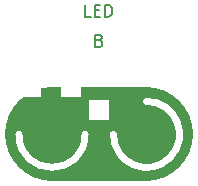
<source format=gto>
%TF.GenerationSoftware,KiCad,Pcbnew,4.0.7-e2-6376~58~ubuntu16.04.1*%
%TF.CreationDate,2018-05-09T10:08:34-07:00*%
%TF.ProjectId,2x2-LED-BLUE-SMT-LIMITED,3278322D4C45442D424C55452D534D54,1.0*%
%TF.FileFunction,Legend,Top*%
%FSLAX46Y46*%
G04 Gerber Fmt 4.6, Leading zero omitted, Abs format (unit mm)*
G04 Created by KiCad (PCBNEW 4.0.7-e2-6376~58~ubuntu16.04.1) date Wed May  9 10:08:34 2018*
%MOMM*%
%LPD*%
G01*
G04 APERTURE LIST*
%ADD10C,0.350000*%
%ADD11C,0.152400*%
%ADD12C,8.000000*%
%ADD13C,0.150000*%
%ADD14C,0.600000*%
%ADD15R,1.652400X1.752400*%
%ADD16R,1.752400X1.652400*%
G04 APERTURE END LIST*
D10*
D11*
X13026571Y-31169429D02*
X13171714Y-31217810D01*
X13220095Y-31266190D01*
X13268476Y-31362952D01*
X13268476Y-31508095D01*
X13220095Y-31604857D01*
X13171714Y-31653238D01*
X13074952Y-31701619D01*
X12687905Y-31701619D01*
X12687905Y-30685619D01*
X13026571Y-30685619D01*
X13123333Y-30734000D01*
X13171714Y-30782381D01*
X13220095Y-30879143D01*
X13220095Y-30975905D01*
X13171714Y-31072667D01*
X13123333Y-31121048D01*
X13026571Y-31169429D01*
X12687905Y-31169429D01*
D12*
X9018000Y-39116000D02*
X17018000Y-39116000D01*
D13*
X7312571Y-39805429D02*
X6586857Y-39805429D01*
X6586857Y-38281429D01*
X7820571Y-39007143D02*
X8328571Y-39007143D01*
X8546285Y-39805429D02*
X7820571Y-39805429D01*
X7820571Y-38281429D01*
X8546285Y-38281429D01*
X9199428Y-39805429D02*
X9199428Y-38281429D01*
X9562285Y-38281429D01*
X9780000Y-38354000D01*
X9925142Y-38499143D01*
X9997714Y-38644286D01*
X10070285Y-38934571D01*
X10070285Y-39152286D01*
X9997714Y-39442571D01*
X9925142Y-39587714D01*
X9780000Y-39732857D01*
X9562285Y-39805429D01*
X9199428Y-39805429D01*
X11521714Y-39805429D02*
X10650857Y-39805429D01*
X11086285Y-39805429D02*
X11086285Y-38281429D01*
X10941142Y-38499143D01*
X10796000Y-38644286D01*
X10650857Y-38716857D01*
X12311143Y-29154381D02*
X11834952Y-29154381D01*
X11834952Y-28154381D01*
X12644476Y-28630571D02*
X12977810Y-28630571D01*
X13120667Y-29154381D02*
X12644476Y-29154381D01*
X12644476Y-28154381D01*
X13120667Y-28154381D01*
X13549238Y-29154381D02*
X13549238Y-28154381D01*
X13787333Y-28154381D01*
X13930191Y-28202000D01*
X14025429Y-28297238D01*
X14073048Y-28392476D01*
X14120667Y-28582952D01*
X14120667Y-28725810D01*
X14073048Y-28916286D01*
X14025429Y-29011524D01*
X13930191Y-29106762D01*
X13787333Y-29154381D01*
X13549238Y-29154381D01*
%LPC*%
D14*
X6218000Y-39116000D02*
G75*
G03X11818000Y-39116000I2800000J0D01*
G01*
X14218000Y-39116000D02*
G75*
G03X17018000Y-36316000I2800000J0D01*
G01*
X17018000Y-33916000D02*
G75*
G03X14218000Y-31116000I0J2800000D01*
G01*
X11818000Y-31116000D02*
G75*
G03X6218000Y-31116000I-2800000J0D01*
G01*
D15*
X7208000Y-35116000D03*
X10628000Y-35116000D03*
D16*
X13018000Y-37076000D03*
X13018000Y-33656000D03*
M02*

</source>
